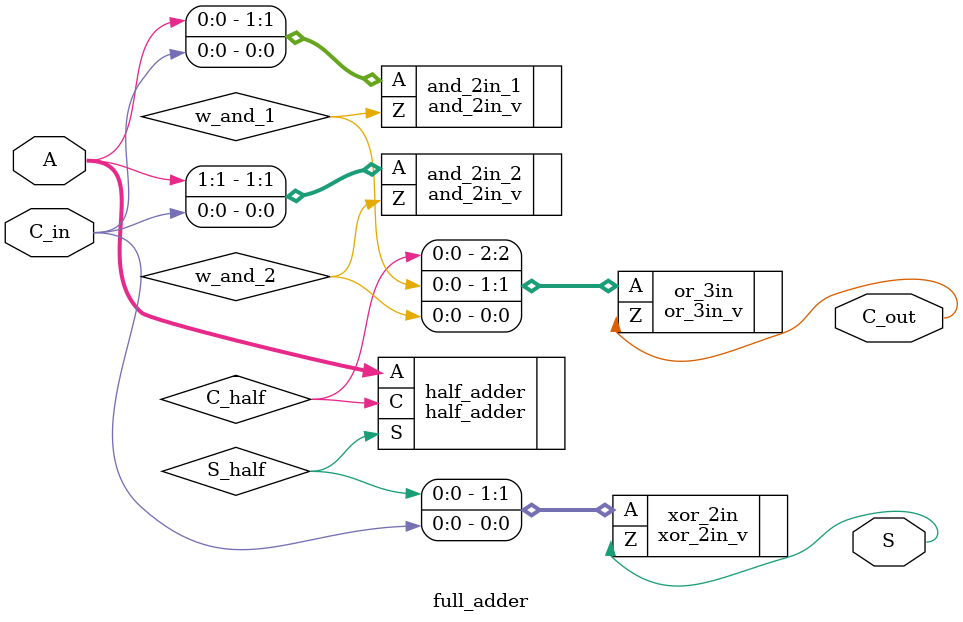
<source format=v>
module full_adder (
  input [1:0] A, // A , B
  input C_in,
  output S,
  output C_out
  );

  wire S_half;
  wire C_half;
  wire w_and_1;
  wire w_and_2;
  half_adder half_adder(
    .A(A),
    .S(S_half),
    .C(C_half)
    );

  // RTL Viewer instantiation
  /*
  xor_2in xor_2in(
    .A({S_half, C_in}),
    .Z(S)
    );


  and_2in and_2in_1(
    .A({A[0], C_in}),
    .Z(w_and_1)
    );

  and_2in and_2in_2(
    .A({A[1], C_in}),
    .Z(w_and_2)
    );

  or_3in or_3in(
    .A({C_half, w_and_1, w_and_2}),
    .Z(C_out)
    );
  */
  // modelsim instantiation
  xor_2in_v xor_2in(
    .A({S_half, C_in}),
    .Z(S)
    );


  and_2in_v and_2in_1(
    .A({A[0], C_in}),
    .Z(w_and_1)
    );

  and_2in_v and_2in_2(
    .A({A[1], C_in}),
    .Z(w_and_2)
    );

  or_3in_v or_3in(
    .A({C_half, w_and_1, w_and_2}),
    .Z(C_out)
    );
endmodule // full_adder

</source>
